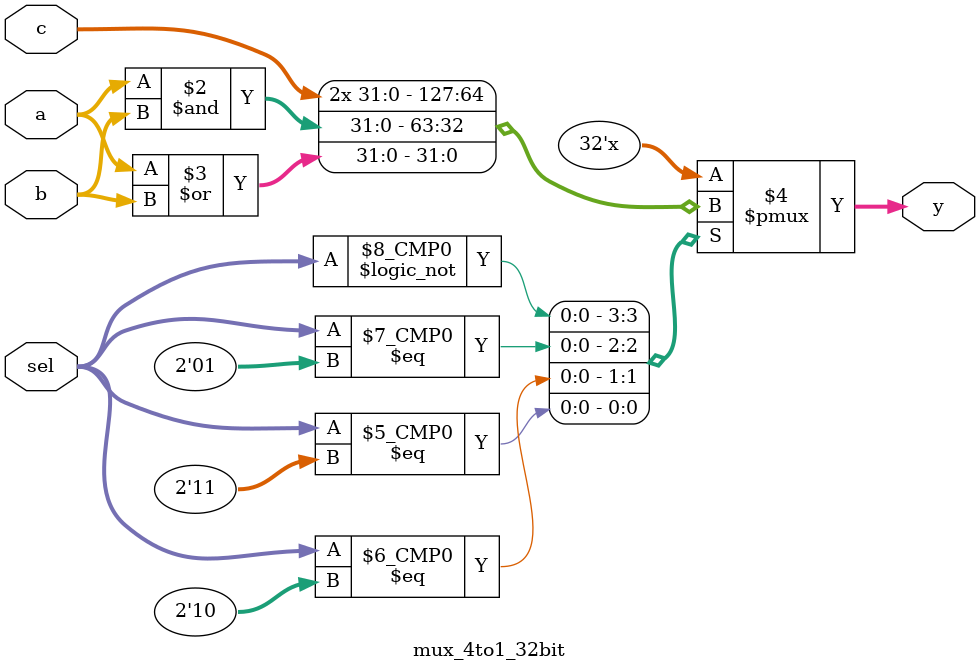
<source format=v>
module mux_4to1_32bit (
    input [31:0] a,    // 输入数据a
    input [31:0] b,    // 输入数据b
    input [31:0] c,    // 输入数据c
    input [1:0] sel,   // 选择信号（2位）
    output reg [31:0] y // 输出
);

// 根据选择信号输出相应的结果
always @(*) begin
    case(sel)
        2'b00: y = c; // 选择信号00，输出c
        2'b01: y = c; // 选择信号01，输出c
        2'b10: y = a & b; // 选择信号10，输出a和b的按位与
        2'b11: y = a | b; // 选择信号11，输出a和b的按位或
        default: y = c; // 默认情况，可以设置为其他值或保持原样
    endcase
end

endmodule
</source>
